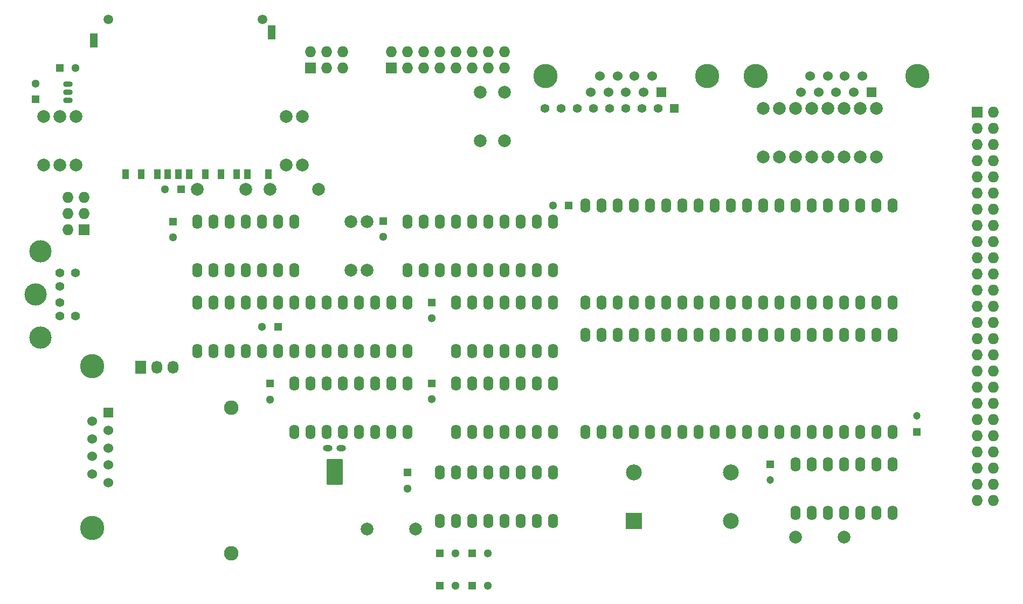
<source format=gbr>
G04 #@! TF.FileFunction,Soldermask,Top*
%FSLAX46Y46*%
G04 Gerber Fmt 4.6, Leading zero omitted, Abs format (unit mm)*
G04 Created by KiCad (PCBNEW 4.0.2+dfsg1-stable) date Sat 18 Nov 2017 01:56:56 PM CET*
%MOMM*%
G01*
G04 APERTURE LIST*
%ADD10C,0.100000*%
%ADD11R,1.727200X1.727200*%
%ADD12O,1.727200X1.727200*%
%ADD13C,3.810000*%
%ADD14R,1.524000X1.524000*%
%ADD15C,1.524000*%
%ADD16O,1.600000X2.300000*%
%ADD17C,2.286000*%
%ADD18R,1.300000X1.300000*%
%ADD19C,1.300000*%
%ADD20R,1.200000X1.200000*%
%ADD21C,1.200000*%
%ADD22C,1.422400*%
%ADD23C,3.497580*%
%ADD24C,1.998980*%
%ADD25R,1.397000X1.397000*%
%ADD26C,1.397000*%
%ADD27R,1.000000X1.500000*%
%ADD28R,1.200000X2.200000*%
%ADD29C,1.500000*%
%ADD30O,1.501140X0.899160*%
%ADD31O,1.501140X1.000760*%
%ADD32R,2.499360X2.499360*%
%ADD33C,2.499360*%
%ADD34R,1.727200X2.032000*%
%ADD35O,1.727200X2.032000*%
%ADD36C,0.254000*%
G04 APERTURE END LIST*
D10*
D11*
X215265000Y-65405000D03*
D12*
X217805000Y-65405000D03*
X215265000Y-67945000D03*
X217805000Y-67945000D03*
X215265000Y-70485000D03*
X217805000Y-70485000D03*
X215265000Y-73025000D03*
X217805000Y-73025000D03*
X215265000Y-75565000D03*
X217805000Y-75565000D03*
X215265000Y-78105000D03*
X217805000Y-78105000D03*
X215265000Y-80645000D03*
X217805000Y-80645000D03*
X215265000Y-83185000D03*
X217805000Y-83185000D03*
X215265000Y-85725000D03*
X217805000Y-85725000D03*
X215265000Y-88265000D03*
X217805000Y-88265000D03*
X215265000Y-90805000D03*
X217805000Y-90805000D03*
X215265000Y-93345000D03*
X217805000Y-93345000D03*
X215265000Y-95885000D03*
X217805000Y-95885000D03*
X215265000Y-98425000D03*
X217805000Y-98425000D03*
X215265000Y-100965000D03*
X217805000Y-100965000D03*
X215265000Y-103505000D03*
X217805000Y-103505000D03*
X215265000Y-106045000D03*
X217805000Y-106045000D03*
X215265000Y-108585000D03*
X217805000Y-108585000D03*
X215265000Y-111125000D03*
X217805000Y-111125000D03*
X215265000Y-113665000D03*
X217805000Y-113665000D03*
X215265000Y-116205000D03*
X217805000Y-116205000D03*
X215265000Y-118745000D03*
X217805000Y-118745000D03*
X215265000Y-121285000D03*
X217805000Y-121285000D03*
X215265000Y-123825000D03*
X217805000Y-123825000D03*
X215265000Y-126365000D03*
X217805000Y-126365000D03*
D11*
X110490000Y-58420000D03*
D12*
X110490000Y-55880000D03*
X113030000Y-58420000D03*
X113030000Y-55880000D03*
X115570000Y-58420000D03*
X115570000Y-55880000D03*
D13*
X172847000Y-59690000D03*
X147447000Y-59690000D03*
D14*
X165608000Y-62230000D03*
D15*
X162814000Y-62230000D03*
X160020000Y-62230000D03*
X157353000Y-62230000D03*
X154559000Y-62230000D03*
X155956000Y-59690000D03*
X158750000Y-59690000D03*
X161417000Y-59690000D03*
X164211000Y-59690000D03*
D16*
X201930000Y-80010000D03*
X199390000Y-80010000D03*
X196850000Y-80010000D03*
X194310000Y-80010000D03*
X191770000Y-80010000D03*
X189230000Y-80010000D03*
X186690000Y-80010000D03*
X184150000Y-80010000D03*
X181610000Y-80010000D03*
X179070000Y-80010000D03*
X176530000Y-80010000D03*
X173990000Y-80010000D03*
X171450000Y-80010000D03*
X168910000Y-80010000D03*
X166370000Y-80010000D03*
X163830000Y-80010000D03*
X161290000Y-80010000D03*
X158750000Y-80010000D03*
X156210000Y-80010000D03*
X153670000Y-80010000D03*
X153670000Y-95250000D03*
X156210000Y-95250000D03*
X158750000Y-95250000D03*
X161290000Y-95250000D03*
X163830000Y-95250000D03*
X166370000Y-95250000D03*
X168910000Y-95250000D03*
X171450000Y-95250000D03*
X173990000Y-95250000D03*
X176530000Y-95250000D03*
X179070000Y-95250000D03*
X181610000Y-95250000D03*
X184150000Y-95250000D03*
X186690000Y-95250000D03*
X189230000Y-95250000D03*
X191770000Y-95250000D03*
X194310000Y-95250000D03*
X196850000Y-95250000D03*
X199390000Y-95250000D03*
X201930000Y-95250000D03*
X133350000Y-115570000D03*
X135890000Y-115570000D03*
X138430000Y-115570000D03*
X140970000Y-115570000D03*
X143510000Y-115570000D03*
X146050000Y-115570000D03*
X148590000Y-115570000D03*
X148590000Y-107950000D03*
X146050000Y-107950000D03*
X143510000Y-107950000D03*
X140970000Y-107950000D03*
X138430000Y-107950000D03*
X135890000Y-107950000D03*
X133350000Y-107950000D03*
X130810000Y-129540000D03*
X133350000Y-129540000D03*
X135890000Y-129540000D03*
X138430000Y-129540000D03*
X140970000Y-129540000D03*
X143510000Y-129540000D03*
X146050000Y-129540000D03*
X148590000Y-129540000D03*
X148590000Y-121920000D03*
X146050000Y-121920000D03*
X143510000Y-121920000D03*
X140970000Y-121920000D03*
X138430000Y-121920000D03*
X135890000Y-121920000D03*
X133350000Y-121920000D03*
X130810000Y-121920000D03*
D17*
X98044000Y-134620000D03*
X98044000Y-111760000D03*
D18*
X151090000Y-80010000D03*
D19*
X148590000Y-80010000D03*
D18*
X104140000Y-107990000D03*
D19*
X104140000Y-110490000D03*
D18*
X88900000Y-82550000D03*
D19*
X88900000Y-85050000D03*
D18*
X129540000Y-95250000D03*
D19*
X129540000Y-97750000D03*
D18*
X129540000Y-107950000D03*
D19*
X129540000Y-110450000D03*
D18*
X67310000Y-63373000D03*
D19*
X67310000Y-60873000D03*
D18*
X71120000Y-58420000D03*
D19*
X73620000Y-58420000D03*
D18*
X121920000Y-82463000D03*
D19*
X121920000Y-84963000D03*
D18*
X105410000Y-99060000D03*
D19*
X102910000Y-99060000D03*
D20*
X205740000Y-115570000D03*
D21*
X205740000Y-113070000D03*
D20*
X182753000Y-120650000D03*
D21*
X182753000Y-123150000D03*
D18*
X125730000Y-121960000D03*
D19*
X125730000Y-124460000D03*
D18*
X130810000Y-134620000D03*
D19*
X133310000Y-134620000D03*
D18*
X135890000Y-139700000D03*
D19*
X138390000Y-139700000D03*
D18*
X135890000Y-134620000D03*
D19*
X138390000Y-134620000D03*
D18*
X130810000Y-139700000D03*
D19*
X133310000Y-139700000D03*
D16*
X92710000Y-102870000D03*
X95250000Y-102870000D03*
X97790000Y-102870000D03*
X100330000Y-102870000D03*
X102870000Y-102870000D03*
X105410000Y-102870000D03*
X107950000Y-102870000D03*
X110490000Y-102870000D03*
X113030000Y-102870000D03*
X115570000Y-102870000D03*
X118110000Y-102870000D03*
X120650000Y-102870000D03*
X123190000Y-102870000D03*
X125730000Y-102870000D03*
X125730000Y-95250000D03*
X123190000Y-95250000D03*
X120650000Y-95250000D03*
X118110000Y-95250000D03*
X115570000Y-95250000D03*
X113030000Y-95250000D03*
X110490000Y-95250000D03*
X107950000Y-95250000D03*
X105410000Y-95250000D03*
X102870000Y-95250000D03*
X100330000Y-95250000D03*
X97790000Y-95250000D03*
X95250000Y-95250000D03*
X92710000Y-95250000D03*
D13*
X76200000Y-105283000D03*
X76200000Y-130683000D03*
D14*
X78740000Y-112522000D03*
D15*
X78740000Y-115316000D03*
X78740000Y-118110000D03*
X78740000Y-120777000D03*
X78740000Y-123571000D03*
X76200000Y-122174000D03*
X76200000Y-119380000D03*
X76200000Y-116713000D03*
X76200000Y-113919000D03*
D11*
X74930000Y-83820000D03*
D12*
X72390000Y-83820000D03*
X74930000Y-81280000D03*
X72390000Y-81280000D03*
X74930000Y-78740000D03*
X72390000Y-78740000D03*
D22*
X71120000Y-95305880D03*
X71120000Y-92710000D03*
X71120000Y-97406460D03*
X71120000Y-90609420D03*
X73568560Y-97406460D03*
X73619360Y-90609420D03*
D23*
X68120260Y-87208360D03*
X67322700Y-94007940D03*
X68120260Y-100756720D03*
D13*
X205867000Y-59690000D03*
X180467000Y-59690000D03*
D14*
X198628000Y-62230000D03*
D15*
X195834000Y-62230000D03*
X193040000Y-62230000D03*
X190373000Y-62230000D03*
X187579000Y-62230000D03*
X188976000Y-59690000D03*
X191770000Y-59690000D03*
X194437000Y-59690000D03*
X197231000Y-59690000D03*
D24*
X106680000Y-66040000D03*
X106680000Y-73660000D03*
X73660000Y-66040000D03*
X73660000Y-73660000D03*
X71120000Y-66040000D03*
X71120000Y-73660000D03*
X109220000Y-66040000D03*
X109220000Y-73660000D03*
X68580000Y-66040000D03*
X68580000Y-73660000D03*
X199390000Y-64770000D03*
X199390000Y-72390000D03*
X196850000Y-64770000D03*
X196850000Y-72390000D03*
X194310000Y-64770000D03*
X194310000Y-72390000D03*
X191770000Y-64770000D03*
X191770000Y-72390000D03*
X189230000Y-64770000D03*
X189230000Y-72390000D03*
X186690000Y-64770000D03*
X186690000Y-72390000D03*
X184150000Y-64770000D03*
X184150000Y-72390000D03*
X181610000Y-64770000D03*
X181610000Y-72390000D03*
X104140000Y-77470000D03*
X111760000Y-77470000D03*
X92710000Y-77470000D03*
X100330000Y-77470000D03*
X186690000Y-132080000D03*
X194310000Y-132080000D03*
X119380000Y-130810000D03*
X127000000Y-130810000D03*
X137160000Y-62230000D03*
X137160000Y-69850000D03*
X140970000Y-62230000D03*
X140970000Y-69850000D03*
X119380000Y-90170000D03*
X119380000Y-82550000D03*
X116840000Y-90170000D03*
X116840000Y-82550000D03*
D25*
X167640000Y-64770000D03*
D26*
X165100000Y-64770000D03*
X162560000Y-64770000D03*
X160020000Y-64770000D03*
X157480000Y-64770000D03*
X154940000Y-64770000D03*
X152400000Y-64770000D03*
X149860000Y-64770000D03*
X147320000Y-64770000D03*
D27*
X83965000Y-75100000D03*
X86465000Y-75100000D03*
X89765000Y-75100000D03*
X91465000Y-75100000D03*
X93965000Y-75100000D03*
X96465000Y-75100000D03*
X98890000Y-75100000D03*
X100590000Y-75100000D03*
X81465000Y-75100000D03*
X88115000Y-75100000D03*
X103940000Y-75100000D03*
D28*
X76440000Y-54100000D03*
X104440000Y-52900000D03*
D29*
X78740000Y-50800000D03*
X102940000Y-50800000D03*
D16*
X125730000Y-90170000D03*
X128270000Y-90170000D03*
X130810000Y-90170000D03*
X133350000Y-90170000D03*
X135890000Y-90170000D03*
X138430000Y-90170000D03*
X140970000Y-90170000D03*
X143510000Y-90170000D03*
X146050000Y-90170000D03*
X148590000Y-90170000D03*
X148590000Y-82550000D03*
X146050000Y-82550000D03*
X143510000Y-82550000D03*
X140970000Y-82550000D03*
X138430000Y-82550000D03*
X135890000Y-82550000D03*
X133350000Y-82550000D03*
X130810000Y-82550000D03*
X128270000Y-82550000D03*
X125730000Y-82550000D03*
X133350000Y-102870000D03*
X135890000Y-102870000D03*
X138430000Y-102870000D03*
X140970000Y-102870000D03*
X143510000Y-102870000D03*
X146050000Y-102870000D03*
X148590000Y-102870000D03*
X148590000Y-95250000D03*
X146050000Y-95250000D03*
X143510000Y-95250000D03*
X140970000Y-95250000D03*
X138430000Y-95250000D03*
X135890000Y-95250000D03*
X133350000Y-95250000D03*
D30*
X72390000Y-62230000D03*
X72390000Y-63500000D03*
X72390000Y-60960000D03*
D16*
X107950000Y-115570000D03*
X110490000Y-115570000D03*
X113030000Y-115570000D03*
X115570000Y-115570000D03*
X118110000Y-115570000D03*
X120650000Y-115570000D03*
X123190000Y-115570000D03*
X125730000Y-115570000D03*
X125730000Y-107950000D03*
X123190000Y-107950000D03*
X120650000Y-107950000D03*
X118110000Y-107950000D03*
X115570000Y-107950000D03*
X113030000Y-107950000D03*
X110490000Y-107950000D03*
X107950000Y-107950000D03*
X186690000Y-128270000D03*
X189230000Y-128270000D03*
X191770000Y-128270000D03*
X194310000Y-128270000D03*
X196850000Y-128270000D03*
X199390000Y-128270000D03*
X201930000Y-128270000D03*
X201930000Y-120650000D03*
X199390000Y-120650000D03*
X196850000Y-120650000D03*
X194310000Y-120650000D03*
X191770000Y-120650000D03*
X189230000Y-120650000D03*
X186690000Y-120650000D03*
X201930000Y-100330000D03*
X199390000Y-100330000D03*
X196850000Y-100330000D03*
X194310000Y-100330000D03*
X191770000Y-100330000D03*
X189230000Y-100330000D03*
X186690000Y-100330000D03*
X184150000Y-100330000D03*
X181610000Y-100330000D03*
X179070000Y-100330000D03*
X176530000Y-100330000D03*
X173990000Y-100330000D03*
X171450000Y-100330000D03*
X168910000Y-100330000D03*
X166370000Y-100330000D03*
X163830000Y-100330000D03*
X161290000Y-100330000D03*
X158750000Y-100330000D03*
X156210000Y-100330000D03*
X153670000Y-100330000D03*
X153670000Y-115570000D03*
X156210000Y-115570000D03*
X158750000Y-115570000D03*
X161290000Y-115570000D03*
X163830000Y-115570000D03*
X166370000Y-115570000D03*
X168910000Y-115570000D03*
X171450000Y-115570000D03*
X173990000Y-115570000D03*
X176530000Y-115570000D03*
X179070000Y-115570000D03*
X181610000Y-115570000D03*
X184150000Y-115570000D03*
X186690000Y-115570000D03*
X189230000Y-115570000D03*
X191770000Y-115570000D03*
X194310000Y-115570000D03*
X196850000Y-115570000D03*
X199390000Y-115570000D03*
X201930000Y-115570000D03*
D31*
X115349020Y-118110000D03*
X113250980Y-118110000D03*
D32*
X161290000Y-129540000D03*
D33*
X176530000Y-129540000D03*
X176530000Y-121920000D03*
X161290000Y-121920000D03*
D16*
X92710000Y-90170000D03*
X95250000Y-90170000D03*
X97790000Y-90170000D03*
X100330000Y-90170000D03*
X102870000Y-90170000D03*
X105410000Y-90170000D03*
X107950000Y-90170000D03*
X107950000Y-82550000D03*
X105410000Y-82550000D03*
X102870000Y-82550000D03*
X100330000Y-82550000D03*
X97790000Y-82550000D03*
X95250000Y-82550000D03*
X92710000Y-82550000D03*
D11*
X123190000Y-58420000D03*
D12*
X123190000Y-55880000D03*
X125730000Y-58420000D03*
X125730000Y-55880000D03*
X128270000Y-58420000D03*
X128270000Y-55880000D03*
X130810000Y-58420000D03*
X130810000Y-55880000D03*
X133350000Y-58420000D03*
X133350000Y-55880000D03*
X135890000Y-58420000D03*
X135890000Y-55880000D03*
X138430000Y-58420000D03*
X138430000Y-55880000D03*
X140970000Y-58420000D03*
X140970000Y-55880000D03*
D18*
X90170000Y-77470000D03*
D19*
X87670000Y-77470000D03*
D34*
X83820000Y-105410000D03*
D35*
X86360000Y-105410000D03*
X88900000Y-105410000D03*
D36*
G36*
X115443000Y-123698000D02*
X113157000Y-123698000D01*
X113157000Y-119888000D01*
X115443000Y-119888000D01*
X115443000Y-123698000D01*
X115443000Y-123698000D01*
G37*
X115443000Y-123698000D02*
X113157000Y-123698000D01*
X113157000Y-119888000D01*
X115443000Y-119888000D01*
X115443000Y-123698000D01*
M02*

</source>
